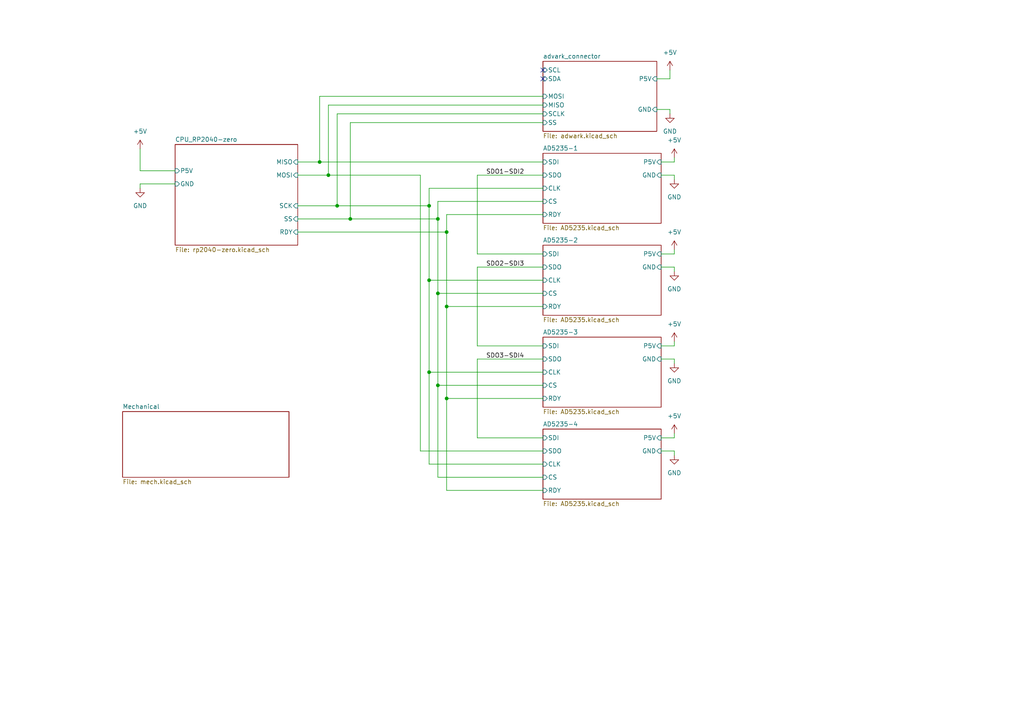
<source format=kicad_sch>
(kicad_sch (version 20230121) (generator eeschema)
  (paper "A4")
  (lib_symbols
    (symbol "PCM_4ms_Power-symbol:+5V" (power) (pin_names (offset 0))
      (property "Value" "+5V" (at 0 3.556 0))
      (symbol "+5V_0_1"
        (polyline (pts (xy -0.762 1.27) (xy 0 2.54)))
        (polyline (pts (xy 0 0) (xy 0 2.54)))
        (polyline (pts (xy 0 2.54) (xy 0.762 1.27)))
      )
      (symbol "+5V_1_1"
        (pin power_in line (at 0 0 90) (length 0) hide (name "+5V") (number "1"))
      )
    )
    (symbol "PCM_4ms_Power-symbol:GND" (power) (pin_names (offset 0))
      (property "Value" "GND" (at 0 -3.81 0))
      (symbol "GND_0_1"
        (polyline (pts (xy 0 0) (xy 0 -1.27) (xy 1.27 -1.27) (xy 0 -2.54) (xy -1.27 -1.27) (xy 0 -1.27)))
      )
      (symbol "GND_1_1"
        (pin power_in line (at 0 0 270) (length 0) hide (name "GND") (number "1"))
      )
    )
  )
  (junction (at 95.25 50.8))
  (junction (at 127 63.5))
  (junction (at 129.54 67.31))
  (junction (at 129.54 88.9))
  (junction (at 127 111.76))
  (junction (at 124.46 59.69))
  (junction (at 129.54 115.57))
  (junction (at 101.6 63.5))
  (junction (at 127 85.09))
  (junction (at 124.46 107.95))
  (junction (at 97.79 59.69))
  (junction (at 124.46 81.28))
  (junction (at 92.71 46.99))
  (no_connect (at 157.48 22.86))
  (no_connect (at 157.48 20.32))
  (wire (pts (xy 127 63.5) (xy 127 85.09)))
  (wire (pts (xy 191.77 127) (xy 195.58 127)))
  (wire (pts (xy 194.31 31.75) (xy 194.31 33.02)))
  (wire (pts (xy 40.64 43.18) (xy 40.64 49.53)))
  (wire (pts (xy 157.48 77.47) (xy 138.43 77.47)))
  (wire (pts (xy 127 85.09) (xy 157.48 85.09)))
  (wire (pts (xy 195.58 50.8) (xy 195.58 52.07)))
  (wire (pts (xy 138.43 100.33) (xy 157.48 100.33)))
  (wire (pts (xy 121.92 130.81) (xy 121.92 50.8)))
  (wire (pts (xy 127 85.09) (xy 127 111.76)))
  (wire (pts (xy 101.6 35.56) (xy 101.6 63.5)))
  (wire (pts (xy 190.5 22.86) (xy 194.31 22.86)))
  (wire (pts (xy 191.77 77.47) (xy 195.58 77.47)))
  (wire (pts (xy 157.48 62.23) (xy 129.54 62.23)))
  (wire (pts (xy 191.77 46.99) (xy 195.58 46.99)))
  (wire (pts (xy 101.6 63.5) (xy 127 63.5)))
  (wire (pts (xy 124.46 134.62) (xy 157.48 134.62)))
  (wire (pts (xy 190.5 31.75) (xy 194.31 31.75)))
  (wire (pts (xy 86.36 67.31) (xy 129.54 67.31)))
  (wire (pts (xy 86.36 46.99) (xy 92.71 46.99)))
  (wire (pts (xy 129.54 115.57) (xy 157.48 115.57)))
  (wire (pts (xy 195.58 46.99) (xy 195.58 45.72)))
  (wire (pts (xy 129.54 62.23) (xy 129.54 67.31)))
  (wire (pts (xy 124.46 81.28) (xy 157.48 81.28)))
  (wire (pts (xy 157.48 30.48) (xy 95.25 30.48)))
  (wire (pts (xy 138.43 50.8) (xy 138.43 73.66)))
  (wire (pts (xy 157.48 54.61) (xy 124.46 54.61)))
  (wire (pts (xy 191.77 130.81) (xy 195.58 130.81)))
  (wire (pts (xy 157.48 104.14) (xy 138.43 104.14)))
  (wire (pts (xy 95.25 50.8) (xy 86.36 50.8)))
  (wire (pts (xy 95.25 30.48) (xy 95.25 50.8)))
  (wire (pts (xy 157.48 27.94) (xy 92.71 27.94)))
  (wire (pts (xy 124.46 54.61) (xy 124.46 59.69)))
  (wire (pts (xy 191.77 50.8) (xy 195.58 50.8)))
  (wire (pts (xy 124.46 59.69) (xy 124.46 81.28)))
  (wire (pts (xy 195.58 73.66) (xy 195.58 72.39)))
  (wire (pts (xy 124.46 81.28) (xy 124.46 107.95)))
  (wire (pts (xy 157.48 50.8) (xy 138.43 50.8)))
  (wire (pts (xy 157.48 33.02) (xy 97.79 33.02)))
  (wire (pts (xy 127 138.43) (xy 157.48 138.43)))
  (wire (pts (xy 195.58 130.81) (xy 195.58 132.08)))
  (wire (pts (xy 138.43 127) (xy 157.48 127)))
  (wire (pts (xy 129.54 67.31) (xy 129.54 88.9)))
  (wire (pts (xy 129.54 88.9) (xy 129.54 115.57)))
  (wire (pts (xy 194.31 20.32) (xy 194.31 22.86)))
  (wire (pts (xy 195.58 77.47) (xy 195.58 78.74)))
  (wire (pts (xy 40.64 49.53) (xy 50.8 49.53)))
  (wire (pts (xy 129.54 142.24) (xy 157.48 142.24)))
  (wire (pts (xy 40.64 53.34) (xy 40.64 54.61)))
  (wire (pts (xy 92.71 27.94) (xy 92.71 46.99)))
  (wire (pts (xy 191.77 104.14) (xy 195.58 104.14)))
  (wire (pts (xy 138.43 104.14) (xy 138.43 127)))
  (wire (pts (xy 191.77 100.33) (xy 195.58 100.33)))
  (wire (pts (xy 124.46 107.95) (xy 157.48 107.95)))
  (wire (pts (xy 124.46 107.95) (xy 124.46 134.62)))
  (wire (pts (xy 86.36 63.5) (xy 101.6 63.5)))
  (wire (pts (xy 121.92 50.8) (xy 95.25 50.8)))
  (wire (pts (xy 97.79 33.02) (xy 97.79 59.69)))
  (wire (pts (xy 195.58 104.14) (xy 195.58 105.41)))
  (wire (pts (xy 191.77 73.66) (xy 195.58 73.66)))
  (wire (pts (xy 157.48 130.81) (xy 121.92 130.81)))
  (wire (pts (xy 50.8 53.34) (xy 40.64 53.34)))
  (wire (pts (xy 157.48 35.56) (xy 101.6 35.56)))
  (wire (pts (xy 138.43 73.66) (xy 157.48 73.66)))
  (wire (pts (xy 127 111.76) (xy 127 138.43)))
  (wire (pts (xy 129.54 115.57) (xy 129.54 142.24)))
  (wire (pts (xy 129.54 88.9) (xy 157.48 88.9)))
  (wire (pts (xy 86.36 59.69) (xy 97.79 59.69)))
  (wire (pts (xy 127 58.42) (xy 127 63.5)))
  (wire (pts (xy 127 111.76) (xy 157.48 111.76)))
  (wire (pts (xy 97.79 59.69) (xy 124.46 59.69)))
  (wire (pts (xy 157.48 58.42) (xy 127 58.42)))
  (wire (pts (xy 92.71 46.99) (xy 157.48 46.99)))
  (wire (pts (xy 195.58 100.33) (xy 195.58 99.06)))
  (wire (pts (xy 138.43 77.47) (xy 138.43 100.33)))
  (wire (pts (xy 195.58 127) (xy 195.58 125.73)))
  (label "SDO3-SDI4" (at 140.97 104.14 0))
  (label "SDO2-SDI3" (at 140.97 77.47 0))
  (label "SDO1-SDI2" (at 140.97 50.8 0))
  (symbol (lib_id "PCM_4ms_Power-symbol:+5V") (at 195.58 72.39 0) (unit 1)
    (property "Reference" "#PWR05" (effects hide))
    (property "Value" "+5V" (at 195.58 67.31 0))
  )
  (symbol (lib_id "PCM_4ms_Power-symbol:GND") (at 40.64 54.61 0) (unit 1)
    (property "Reference" "#PWR02" (effects hide))
    (property "Value" "GND" (at 40.64 59.69 0))
  )
  (symbol (lib_id "PCM_4ms_Power-symbol:+5V") (at 195.58 125.73 0) (unit 1)
    (property "Reference" "#PWR09" (effects hide))
    (property "Value" "+5V" (at 195.58 120.65 0))
  )
  (symbol (lib_id "PCM_4ms_Power-symbol:GND") (at 195.58 52.07 0) (unit 1)
    (property "Reference" "#PWR04" (effects hide))
    (property "Value" "GND" (at 195.58 57.15 0))
  )
  (symbol (lib_id "PCM_4ms_Power-symbol:+5V") (at 195.58 99.06 0) (unit 1)
    (property "Reference" "#PWR07" (effects hide))
    (property "Value" "+5V" (at 195.58 93.98 0))
  )
  (symbol (lib_id "PCM_4ms_Power-symbol:+5V") (at 194.31 20.32 0) (unit 1)
    (property "Reference" "#PWR011" (effects hide))
    (property "Value" "+5V" (at 194.31 15.24 0))
  )
  (symbol (lib_id "PCM_4ms_Power-symbol:+5V") (at 195.58 45.72 0) (unit 1)
    (property "Reference" "#PWR03" (effects hide))
    (property "Value" "+5V" (at 195.58 40.64 0))
  )
  (symbol (lib_id "PCM_4ms_Power-symbol:GND") (at 195.58 105.41 0) (unit 1)
    (property "Reference" "#PWR08" (effects hide))
    (property "Value" "GND" (at 195.58 110.49 0))
  )
  (symbol (lib_id "PCM_4ms_Power-symbol:+5V") (at 40.64 43.18 0) (unit 1)
    (property "Reference" "#PWR01" (effects hide))
    (property "Value" "+5V" (at 40.64 38.1 0))
  )
  (symbol (lib_id "PCM_4ms_Power-symbol:GND") (at 194.31 33.02 0) (unit 1)
    (property "Reference" "#PWR012" (effects hide))
    (property "Value" "GND" (at 194.31 38.1 0))
  )
  (symbol (lib_id "PCM_4ms_Power-symbol:GND") (at 195.58 78.74 0) (unit 1)
    (property "Reference" "#PWR06" (effects hide))
    (property "Value" "GND" (at 195.58 83.82 0))
  )
  (symbol (lib_id "PCM_4ms_Power-symbol:GND") (at 195.58 132.08 0) (unit 1)
    (property "Reference" "#PWR010" (effects hide))
    (property "Value" "GND" (at 195.58 137.16 0))
  )
  (sheet (at 157.48 97.79) (size 34.29 20.32) (stroke (width 0.1524))
    (property "Sheetname" "AD5235-3" (at 157.48 97.0784 0) (effects (justify left bottom)))
    (property "Sheetfile" "AD5235.kicad_sch" (at 157.48 118.6946 0) (effects (justify left top)))
    (pin "SDO" input (at 157.48 104.14 180))
    (pin "CLK" input (at 157.48 107.95 180))
    (pin "CS" input (at 157.48 111.76 180))
    (pin "SDI" input (at 157.48 100.33 180))
    (pin "P5V" input (at 191.77 100.33 0))
    (pin "RDY" input (at 157.48 115.57 180))
    (pin "GND" input (at 191.77 104.14 0))
  )
  (sheet (at 157.48 124.46) (size 34.29 20.32) (stroke (width 0.1524))
    (property "Sheetname" "AD5235-4" (at 157.48 123.7484 0) (effects (justify left bottom)))
    (property "Sheetfile" "AD5235.kicad_sch" (at 157.48 145.3646 0) (effects (justify left top)))
    (pin "SDO" input (at 157.48 130.81 180))
    (pin "CLK" input (at 157.48 134.62 180))
    (pin "CS" input (at 157.48 138.43 180))
    (pin "SDI" input (at 157.48 127 180))
    (pin "P5V" input (at 191.77 127 0))
    (pin "RDY" input (at 157.48 142.24 180))
    (pin "GND" input (at 191.77 130.81 0))
  )
  (sheet (at 157.48 17.78) (size 33.02 20.32) (stroke (width 0.1524))
    (property "Sheetname" "advark_connector" (at 157.48 17.0684 0) (effects (justify left bottom)))
    (property "Sheetfile" "adwark.kicad_sch" (at 157.48 38.6846 0) (effects (justify left top)))
    (pin "SCL" input (at 157.48 20.32 180))
    (pin "SDA" input (at 157.48 22.86 180))
    (pin "MISO" input (at 157.48 30.48 180))
    (pin "SCLK" input (at 157.48 33.02 180))
    (pin "SS" input (at 157.48 35.56 180))
    (pin "GND" input (at 190.5 31.75 0))
    (pin "P5V" input (at 190.5 22.86 0))
    (pin "MOSI" input (at 157.48 27.94 180))
  )
  (sheet (at 157.48 71.12) (size 34.29 20.32) (stroke (width 0.1524))
    (property "Sheetname" "AD5235-2" (at 157.48 70.4084 0) (effects (justify left bottom)))
    (property "Sheetfile" "AD5235.kicad_sch" (at 157.48 92.0246 0) (effects (justify left top)))
    (pin "SDO" input (at 157.48 77.47 180))
    (pin "CLK" input (at 157.48 81.28 180))
    (pin "CS" input (at 157.48 85.09 180))
    (pin "SDI" input (at 157.48 73.66 180))
    (pin "P5V" input (at 191.77 73.66 0))
    (pin "RDY" input (at 157.48 88.9 180))
    (pin "GND" input (at 191.77 77.47 0))
  )
  (sheet (at 157.48 44.45) (size 34.29 20.32) (stroke (width 0.1524))
    (property "Sheetname" "AD5235-1" (at 157.48 43.7384 0) (effects (justify left bottom)))
    (property "Sheetfile" "AD5235.kicad_sch" (at 157.48 65.3546 0) (effects (justify left top)))
    (pin "SDO" input (at 157.48 50.8 180))
    (pin "CLK" input (at 157.48 54.61 180))
    (pin "CS" input (at 157.48 58.42 180))
    (pin "SDI" input (at 157.48 46.99 180))
    (pin "P5V" input (at 191.77 46.99 0))
    (pin "RDY" input (at 157.48 62.23 180))
    (pin "GND" input (at 191.77 50.8 0))
  )
  (sheet (at 50.8 41.91) (size 35.56 29.21) (stroke (width 0.1524))
    (property "Sheetname" "CPU_RP2040-zero" (at 50.8 41.1984 0) (effects (justify left bottom)))
    (property "Sheetfile" "rp2040-zero.kicad_sch" (at 50.8 71.7046 0) (effects (justify left top)))
    (pin "MISO" input (at 86.36 46.99 0))
    (pin "RDY" input (at 86.36 67.31 0))
    (pin "SS" input (at 86.36 63.5 0))
    (pin "SCK" input (at 86.36 59.69 0))
    (pin "MOSI" input (at 86.36 50.8 0))
    (pin "GND" input (at 50.8 53.34 180))
    (pin "P5V" input (at 50.8 49.53 180))
  )
  (sheet (at 35.56 119.38) (size 48.26 19.05) (stroke (width 0.1524))
    (property "Sheetname" "Mechanical" (at 35.56 118.6684 0) (effects (justify left bottom)))
    (property "Sheetfile" "mech.kicad_sch" (at 35.56 139.0146 0) (effects (justify left top)))
  )
)
</source>
